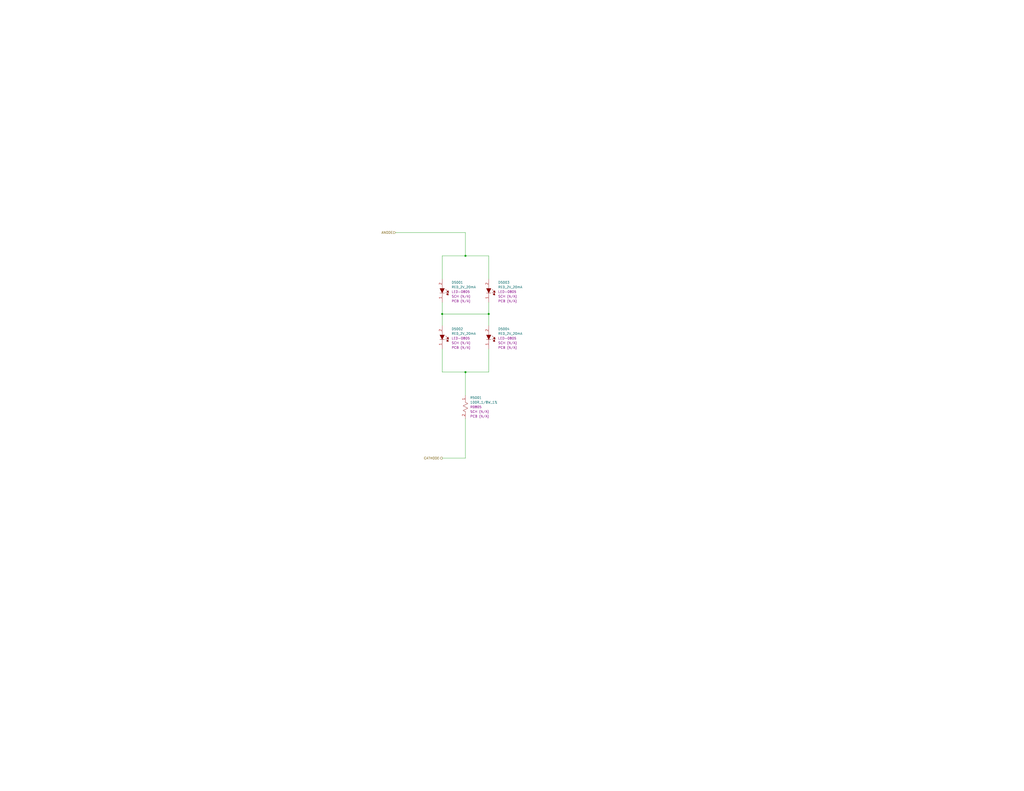
<source format=kicad_sch>
(kicad_sch (version 20231120) (generator "eeschema") (generator_version "8.0")
  (paper "C")
  (lib_symbols
    (symbol "_SCHLIB_Mini-Scoreboard:DIODE_LED_RED_2V_20mA_624nm_LED-0805"
      (property "Reference" "D" (at 3.556 4.064 0))
      (property "Value" "RED_2V_20mA" (at 3.81 6.604 0))
      (property "Package" "LED-0805" (at 3.81 35.306 0))
      (property "SCH CHECK" "SCH (N/A)" (at 3.81 29.972 0))
      (property "PCB CHECK" "PCB (N/A)" (at 3.81 32.512 0))
      (symbol "DIODE_LED_RED_2V_20mA_624nm_LED-0805_0_1"
        (polyline (pts (xy 5.588 1.905) (xy 6.604 2.794)))
        (polyline (pts (xy 7.239 1.905) (xy 8.001 2.667)))
        (polyline (pts (xy 7.62 -1.27) (xy 7.62 1.27)))
        (polyline (pts (xy 5.08 1.27) (xy 5.08 -1.27) (xy 7.62 0) (xy 5.08 1.27)) (fill (type outline)))
        (polyline (pts (xy 6.223 3.302) (xy 7.112 2.413) (xy 7.366 3.556) (xy 6.223 3.302)) (fill (type outline)))
        (polyline (pts (xy 7.62 3.175) (xy 8.509 2.286) (xy 8.763 3.429) (xy 7.62 3.175)) (fill (type outline)))
      )
      (symbol "DIODE_LED_RED_2V_20mA_624nm_LED-0805_1_1"
        (pin passive line (at 12.7 0 180) (length 5.08) (name "") (number "1"))
        (pin passive line (at 0 0 0) (length 5.08) (name "") (number "2"))
      )
    )
    (symbol "_SCHLIB_Mini-Scoreboard:RES_100R_1/8W_1%_R0805"
      (property "Reference" "R" (at 3.556 4.064 0))
      (property "Value" "100R_1/8W_1%" (at 3.81 6.604 0))
      (property "Package" "R0805" (at 3.81 35.306 0))
      (property "SCH CHECK" "SCH (N/A)" (at 3.81 29.972 0))
      (property "PCB CHECK" "PCB (N/A)" (at 3.81 32.512 0))
      (symbol "RES_100R_1/8W_1%_R0805_0_0"
        (polyline (pts (xy 3.81 0) (xy 4.445 1.27) (xy 5.715 -1.27) (xy 6.985 1.27) (xy 8.255 -1.27) (xy 8.89 0)))
      )
      (symbol "RES_100R_1/8W_1%_R0805_1_1"
        (pin passive line (at 0 0 0) (length 3.81) (name "") (number "1"))
        (pin passive line (at 12.7 0 180) (length 3.81) (name "") (number "2"))
      )
    )
  )
  (junction (at 241.3 171.45))
  (junction (at 254 139.7))
  (junction (at 254 203.2))
  (junction (at 266.7 171.45))
  (wire (pts (xy 266.7 190.5) (xy 266.7 203.2)))
  (wire (pts (xy 241.3 165.1) (xy 241.3 171.45)))
  (wire (pts (xy 266.7 139.7) (xy 266.7 152.4)))
  (wire (pts (xy 241.3 139.7) (xy 254 139.7)))
  (wire (pts (xy 215.9 127) (xy 254 127)))
  (wire (pts (xy 254 203.2) (xy 241.3 203.2)))
  (wire (pts (xy 241.3 190.5) (xy 241.3 203.2)))
  (wire (pts (xy 254 203.2) (xy 254 215.9)))
  (wire (pts (xy 266.7 165.1) (xy 266.7 171.45)))
  (wire (pts (xy 254 228.6) (xy 254 250.19)))
  (wire (pts (xy 254 127) (xy 254 139.7)))
  (wire (pts (xy 266.7 203.2) (xy 254 203.2)))
  (wire (pts (xy 241.3 250.19) (xy 254 250.19)))
  (wire (pts (xy 241.3 171.45) (xy 266.7 171.45)))
  (wire (pts (xy 241.3 177.8) (xy 241.3 171.45)))
  (wire (pts (xy 241.3 152.4) (xy 241.3 139.7)))
  (wire (pts (xy 266.7 171.45) (xy 266.7 177.8)))
  (wire (pts (xy 254 139.7) (xy 266.7 139.7)))
  (hierarchical_label "ANODE" (shape input) (at 215.9 127 180))
  (hierarchical_label "CATHODE" (shape output) (at 241.3 250.19 180))
  (symbol (lib_id "_SCHLIB_Mini-Scoreboard:DIODE_LED_RED_2V_20mA_624nm_LED-0805") (at 241.3 177.8 270) (unit 1)
    (property "Reference" "D5002" (at 246.38 179.6414 90) (effects (justify left)))
    (property "Value" "RED_2V_20mA" (at 246.38 182.1814 90) (effects (justify left)))
    (property "Footprint" "LED_SMD:LED_0805_2012Metric" (effects (hide yes)))
    (property "Datasheet" "https://mm.digikey.com/Volume0/opasdata/d220001/medias/docus/3750/B1701USD-20D000114U1930.pdf" (effects (hide yes)))
    (property "Description" "Red 624nm LED Indication - Discrete 2V 0805 (2012 Metric)" (effects (hide yes)))
    (property "Package" "LED-0805" (at 246.38 184.7214 90) (effects (justify left)))
    (property "Part Number (Manufacturer)" "B1701USD-20D000114U1930" (effects (hide yes)))
    (property "Manufacturer" "Harvatek Corporation" (effects (hide yes)))
    (property "Part Number (Vendor)" "3147-B1701USD-20D000114U1930TR-ND" (effects (hide yes)))
    (property "Vendor" "Digikey" (effects (hide yes)))
    (property "Purchase Link" "https://www.digikey.ca/en/products/detail/harvatek-corporation/B1701USD-20D000114U1930/16671746" (effects (hide yes)))
    (property "SCH CHECK" "SCH (N/A)" (at 246.38 187.2614 90) (effects (justify left)))
    (property "PCB CHECK" "PCB (N/A)" (at 246.38 189.8014 90) (effects (justify left)))
    (instances (project "_HW_Mini-Scoreboard" (path "" (reference "D5002") (unit 1)) (path "" (reference "D4702") (unit 1)) (path "" (reference "D4802") (unit 1)) (path "" (reference "D4202") (unit 1)) (path "" (reference "D3702") (unit 1)) (path "" (reference "D4402") (unit 1)) (path "" (reference "D3802") (unit 1)) (path "" (reference "D4102") (unit 1)) (path "" (reference "D4502") (unit 1)) (path "" (reference "D4602") (unit 1)) (path "" (reference "D4002") (unit 1)) (path "" (reference "D4902") (unit 1)) (path "" (reference "D4302") (unit 1)) (path "" (reference "D3902") (unit 1)) (path "" (reference "D23202") (unit 1)) (path "" (reference "D23302") (unit 1)) (path "" (reference "D23402") (unit 1)) (path "" (reference "D24402") (unit 1)) (path "" (reference "D23902") (unit 1)) (path "" (reference "D23602") (unit 1)) (path "" (reference "D24002") (unit 1)) (path "" (reference "D24102") (unit 1)) (path "" (reference "D23702") (unit 1)) (path "" (reference "D23802") (unit 1)) (path "" (reference "D24202") (unit 1)) (path "" (reference "D23502") (unit 1)) (path "" (reference "D24502") (unit 1)) (path "" (reference "D24302") (unit 1)) (path "" (reference "D8402") (unit 1)) (path "" (reference "D8302") (unit 1)) (path "" (reference "D8502") (unit 1)) (path "" (reference "D9502") (unit 1)) (path "" (reference "D8902") (unit 1)) (path "" (reference "D8602") (unit 1)) (path "" (reference "D9202") (unit 1)) (path "" (reference "D9302") (unit 1)) (path "" (reference "D8802") (unit 1)) (path "" (reference "D8702") (unit 1)) (path "" (reference "D9102") (unit 1)) (path "" (reference "D8202") (unit 1)) (path "" (reference "D9402") (unit 1)) (path "" (reference "D9002") (unit 1))))
  )
  (symbol (lib_id "_SCHLIB_Mini-Scoreboard:DIODE_LED_RED_2V_20mA_624nm_LED-0805") (at 241.3 152.4 270) (unit 1)
    (property "Reference" "D5001" (at 246.38 154.2414 90) (effects (justify left)))
    (property "Value" "RED_2V_20mA" (at 246.38 156.7814 90) (effects (justify left)))
    (property "Footprint" "LED_SMD:LED_0805_2012Metric" (effects (hide yes)))
    (property "Datasheet" "https://mm.digikey.com/Volume0/opasdata/d220001/medias/docus/3750/B1701USD-20D000114U1930.pdf" (effects (hide yes)))
    (property "Description" "Red 624nm LED Indication - Discrete 2V 0805 (2012 Metric)" (effects (hide yes)))
    (property "Package" "LED-0805" (at 246.38 159.3214 90) (effects (justify left)))
    (property "Part Number (Manufacturer)" "B1701USD-20D000114U1930" (effects (hide yes)))
    (property "Manufacturer" "Harvatek Corporation" (effects (hide yes)))
    (property "Part Number (Vendor)" "3147-B1701USD-20D000114U1930TR-ND" (effects (hide yes)))
    (property "Vendor" "Digikey" (effects (hide yes)))
    (property "Purchase Link" "https://www.digikey.ca/en/products/detail/harvatek-corporation/B1701USD-20D000114U1930/16671746" (effects (hide yes)))
    (property "SCH CHECK" "SCH (N/A)" (at 246.38 161.8614 90) (effects (justify left)))
    (property "PCB CHECK" "PCB (N/A)" (at 246.38 164.4014 90) (effects (justify left)))
    (instances (project "_HW_Mini-Scoreboard" (path "" (reference "D5001") (unit 1)) (path "" (reference "D4701") (unit 1)) (path "" (reference "D4801") (unit 1)) (path "" (reference "D4201") (unit 1)) (path "" (reference "D3701") (unit 1)) (path "" (reference "D4401") (unit 1)) (path "" (reference "D3801") (unit 1)) (path "" (reference "D4101") (unit 1)) (path "" (reference "D4501") (unit 1)) (path "" (reference "D4601") (unit 1)) (path "" (reference "D4001") (unit 1)) (path "" (reference "D4901") (unit 1)) (path "" (reference "D4301") (unit 1)) (path "" (reference "D3901") (unit 1)) (path "" (reference "D23201") (unit 1)) (path "" (reference "D23301") (unit 1)) (path "" (reference "D23401") (unit 1)) (path "" (reference "D24401") (unit 1)) (path "" (reference "D23901") (unit 1)) (path "" (reference "D23601") (unit 1)) (path "" (reference "D24001") (unit 1)) (path "" (reference "D24101") (unit 1)) (path "" (reference "D23701") (unit 1)) (path "" (reference "D23801") (unit 1)) (path "" (reference "D24201") (unit 1)) (path "" (reference "D23501") (unit 1)) (path "" (reference "D24501") (unit 1)) (path "" (reference "D24301") (unit 1)) (path "" (reference "D8401") (unit 1)) (path "" (reference "D8301") (unit 1)) (path "" (reference "D8501") (unit 1)) (path "" (reference "D9501") (unit 1)) (path "" (reference "D8901") (unit 1)) (path "" (reference "D8601") (unit 1)) (path "" (reference "D9201") (unit 1)) (path "" (reference "D9301") (unit 1)) (path "" (reference "D8801") (unit 1)) (path "" (reference "D8701") (unit 1)) (path "" (reference "D9101") (unit 1)) (path "" (reference "D8201") (unit 1)) (path "" (reference "D9401") (unit 1)) (path "" (reference "D9001") (unit 1))))
  )
  (symbol (lib_id "_SCHLIB_Mini-Scoreboard:DIODE_LED_RED_2V_20mA_624nm_LED-0805") (at 266.7 177.8 270) (unit 1)
    (property "Reference" "D5004" (at 271.78 179.6414 90) (effects (justify left)))
    (property "Value" "RED_2V_20mA" (at 271.78 182.1814 90) (effects (justify left)))
    (property "Footprint" "LED_SMD:LED_0805_2012Metric" (effects (hide yes)))
    (property "Datasheet" "https://mm.digikey.com/Volume0/opasdata/d220001/medias/docus/3750/B1701USD-20D000114U1930.pdf" (effects (hide yes)))
    (property "Description" "Red 624nm LED Indication - Discrete 2V 0805 (2012 Metric)" (effects (hide yes)))
    (property "Package" "LED-0805" (at 271.78 184.7214 90) (effects (justify left)))
    (property "Part Number (Manufacturer)" "B1701USD-20D000114U1930" (effects (hide yes)))
    (property "Manufacturer" "Harvatek Corporation" (effects (hide yes)))
    (property "Part Number (Vendor)" "3147-B1701USD-20D000114U1930TR-ND" (effects (hide yes)))
    (property "Vendor" "Digikey" (effects (hide yes)))
    (property "Purchase Link" "https://www.digikey.ca/en/products/detail/harvatek-corporation/B1701USD-20D000114U1930/16671746" (effects (hide yes)))
    (property "SCH CHECK" "SCH (N/A)" (at 271.78 187.2614 90) (effects (justify left)))
    (property "PCB CHECK" "PCB (N/A)" (at 271.78 189.8014 90) (effects (justify left)))
    (instances (project "_HW_Mini-Scoreboard" (path "" (reference "D5004") (unit 1)) (path "" (reference "D4704") (unit 1)) (path "" (reference "D4804") (unit 1)) (path "" (reference "D4204") (unit 1)) (path "" (reference "D3704") (unit 1)) (path "" (reference "D4404") (unit 1)) (path "" (reference "D3804") (unit 1)) (path "" (reference "D4104") (unit 1)) (path "" (reference "D4504") (unit 1)) (path "" (reference "D4604") (unit 1)) (path "" (reference "D4004") (unit 1)) (path "" (reference "D4904") (unit 1)) (path "" (reference "D4304") (unit 1)) (path "" (reference "D3904") (unit 1)) (path "" (reference "D23204") (unit 1)) (path "" (reference "D23304") (unit 1)) (path "" (reference "D23404") (unit 1)) (path "" (reference "D24404") (unit 1)) (path "" (reference "D23904") (unit 1)) (path "" (reference "D23604") (unit 1)) (path "" (reference "D24004") (unit 1)) (path "" (reference "D24104") (unit 1)) (path "" (reference "D23704") (unit 1)) (path "" (reference "D23804") (unit 1)) (path "" (reference "D24204") (unit 1)) (path "" (reference "D23504") (unit 1)) (path "" (reference "D24504") (unit 1)) (path "" (reference "D24304") (unit 1)) (path "" (reference "D8404") (unit 1)) (path "" (reference "D8304") (unit 1)) (path "" (reference "D8504") (unit 1)) (path "" (reference "D9504") (unit 1)) (path "" (reference "D8904") (unit 1)) (path "" (reference "D8604") (unit 1)) (path "" (reference "D9204") (unit 1)) (path "" (reference "D9304") (unit 1)) (path "" (reference "D8804") (unit 1)) (path "" (reference "D8704") (unit 1)) (path "" (reference "D9104") (unit 1)) (path "" (reference "D8204") (unit 1)) (path "" (reference "D9404") (unit 1)) (path "" (reference "D9004") (unit 1))))
  )
  (symbol (lib_id "_SCHLIB_Mini-Scoreboard:RES_100R_1/8W_1%_R0805") (at 254 215.9 270) (unit 1)
    (property "Reference" "R5001" (at 256.54 217.1699 90) (effects (justify left)))
    (property "Value" "100R_1/8W_1%" (at 256.54 219.7099 90) (effects (justify left)))
    (property "Footprint" "Resistor_SMD:R_0805_2012Metric" (effects (hide yes)))
    (property "Datasheet" "https://www.seielect.com/catalog/sei-rmcf_rmcp.pdf" (effects (hide yes)))
    (property "Description" "100 Ohms ±1% 0.125W, 1/8W Chip Resistor 0805 (2012 Metric) Automotive AEC-Q200 Thick Film" (effects (hide yes)))
    (property "Package" "R0805" (at 256.54 222.2499 90) (effects (justify left)))
    (property "Part Number (Manufacturer)" "RMCF0805FT100R" (effects (hide yes)))
    (property "Manufacturer" "Stackpole Electronics Inc" (effects (hide yes)))
    (property "Part Number (Vendor)" "RMCF0805FT100RTR-ND" (effects (hide yes)))
    (property "Vendor" "Digikey" (effects (hide yes)))
    (property "Purchase Link" "https://www.digikey.ca/en/products/detail/stackpole-electronics-inc/RMCF0805FT100R/1760711" (effects (hide yes)))
    (property "SCH CHECK" "SCH (N/A)" (at 256.54 224.7899 90) (effects (justify left)))
    (property "PCB CHECK" "PCB (N/A)" (at 256.54 227.3299 90) (effects (justify left)))
    (instances (project "" (path "" (reference "R5001") (unit 1)) (path "" (reference "R4701") (unit 1)) (path "" (reference "R4801") (unit 1)) (path "" (reference "R4201") (unit 1)) (path "" (reference "R3701") (unit 1)) (path "" (reference "R4401") (unit 1)) (path "" (reference "R3801") (unit 1)) (path "" (reference "R4101") (unit 1)) (path "" (reference "R4501") (unit 1)) (path "" (reference "R4601") (unit 1)) (path "" (reference "R4001") (unit 1)) (path "" (reference "R4901") (unit 1)) (path "" (reference "R4301") (unit 1)) (path "" (reference "R3901") (unit 1)) (path "" (reference "R23201") (unit 1)) (path "" (reference "R23301") (unit 1)) (path "" (reference "R23401") (unit 1)) (path "" (reference "R24401") (unit 1)) (path "" (reference "R23901") (unit 1)) (path "" (reference "R23601") (unit 1)) (path "" (reference "R24001") (unit 1)) (path "" (reference "R24101") (unit 1)) (path "" (reference "R23701") (unit 1)) (path "" (reference "R23801") (unit 1)) (path "" (reference "R24201") (unit 1)) (path "" (reference "R23501") (unit 1)) (path "" (reference "R24501") (unit 1)) (path "" (reference "R24301") (unit 1)) (path "" (reference "R8401") (unit 1)) (path "" (reference "R8301") (unit 1)) (path "" (reference "R8501") (unit 1)) (path "" (reference "R9501") (unit 1)) (path "" (reference "R8901") (unit 1)) (path "" (reference "R8601") (unit 1)) (path "" (reference "R9201") (unit 1)) (path "" (reference "R9301") (unit 1)) (path "" (reference "R8801") (unit 1)) (path "" (reference "R8701") (unit 1)) (path "" (reference "R9101") (unit 1)) (path "" (reference "R8201") (unit 1)) (path "" (reference "R9401") (unit 1)) (path "" (reference "R9001") (unit 1))))
  )
  (symbol (lib_id "_SCHLIB_Mini-Scoreboard:DIODE_LED_RED_2V_20mA_624nm_LED-0805") (at 266.7 152.4 270) (unit 1)
    (property "Reference" "D5003" (at 271.78 154.2414 90) (effects (justify left)))
    (property "Value" "RED_2V_20mA" (at 271.78 156.7814 90) (effects (justify left)))
    (property "Footprint" "LED_SMD:LED_0805_2012Metric" (effects (hide yes)))
    (property "Datasheet" "https://mm.digikey.com/Volume0/opasdata/d220001/medias/docus/3750/B1701USD-20D000114U1930.pdf" (effects (hide yes)))
    (property "Description" "Red 624nm LED Indication - Discrete 2V 0805 (2012 Metric)" (effects (hide yes)))
    (property "Package" "LED-0805" (at 271.78 159.3214 90) (effects (justify left)))
    (property "Part Number (Manufacturer)" "B1701USD-20D000114U1930" (effects (hide yes)))
    (property "Manufacturer" "Harvatek Corporation" (effects (hide yes)))
    (property "Part Number (Vendor)" "3147-B1701USD-20D000114U1930TR-ND" (effects (hide yes)))
    (property "Vendor" "Digikey" (effects (hide yes)))
    (property "Purchase Link" "https://www.digikey.ca/en/products/detail/harvatek-corporation/B1701USD-20D000114U1930/16671746" (effects (hide yes)))
    (property "SCH CHECK" "SCH (N/A)" (at 271.78 161.8614 90) (effects (justify left)))
    (property "PCB CHECK" "PCB (N/A)" (at 271.78 164.4014 90) (effects (justify left)))
    (instances (project "_HW_Mini-Scoreboard" (path "" (reference "D5003") (unit 1)) (path "" (reference "D4703") (unit 1)) (path "" (reference "D4803") (unit 1)) (path "" (reference "D4203") (unit 1)) (path "" (reference "D3703") (unit 1)) (path "" (reference "D4403") (unit 1)) (path "" (reference "D3803") (unit 1)) (path "" (reference "D4103") (unit 1)) (path "" (reference "D4503") (unit 1)) (path "" (reference "D4603") (unit 1)) (path "" (reference "D4003") (unit 1)) (path "" (reference "D4903") (unit 1)) (path "" (reference "D4303") (unit 1)) (path "" (reference "D3903") (unit 1)) (path "" (reference "D23203") (unit 1)) (path "" (reference "D23303") (unit 1)) (path "" (reference "D23403") (unit 1)) (path "" (reference "D24403") (unit 1)) (path "" (reference "D23903") (unit 1)) (path "" (reference "D23603") (unit 1)) (path "" (reference "D24003") (unit 1)) (path "" (reference "D24103") (unit 1)) (path "" (reference "D23703") (unit 1)) (path "" (reference "D23803") (unit 1)) (path "" (reference "D24203") (unit 1)) (path "" (reference "D23503") (unit 1)) (path "" (reference "D24503") (unit 1)) (path "" (reference "D24303") (unit 1)) (path "" (reference "D8403") (unit 1)) (path "" (reference "D8303") (unit 1)) (path "" (reference "D8503") (unit 1)) (path "" (reference "D9503") (unit 1)) (path "" (reference "D8903") (unit 1)) (path "" (reference "D8603") (unit 1)) (path "" (reference "D9203") (unit 1)) (path "" (reference "D9303") (unit 1)) (path "" (reference "D8803") (unit 1)) (path "" (reference "D8703") (unit 1)) (path "" (reference "D9103") (unit 1)) (path "" (reference "D8203") (unit 1)) (path "" (reference "D9403") (unit 1)) (path "" (reference "D9003") (unit 1))))
  )
)
</source>
